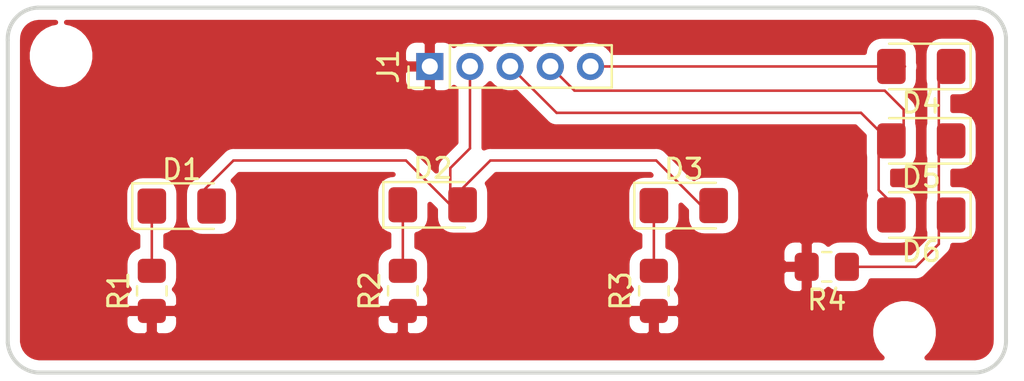
<source format=kicad_pcb>
(kicad_pcb (version 20171130) (host pcbnew "(5.1.10-1-10_14)")

  (general
    (thickness 1.6)
    (drawings 8)
    (tracks 29)
    (zones 0)
    (modules 13)
    (nets 10)
  )

  (page A4)
  (layers
    (0 F.Cu signal)
    (31 B.Cu signal)
    (32 B.Adhes user)
    (33 F.Adhes user)
    (34 B.Paste user)
    (35 F.Paste user)
    (36 B.SilkS user)
    (37 F.SilkS user)
    (38 B.Mask user)
    (39 F.Mask user)
    (40 Dwgs.User user)
    (41 Cmts.User user)
    (42 Eco1.User user)
    (43 Eco2.User user)
    (44 Edge.Cuts user)
    (45 Margin user)
    (46 B.CrtYd user)
    (47 F.CrtYd user hide)
    (48 B.Fab user hide)
    (49 F.Fab user hide)
  )

  (setup
    (last_trace_width 0.127)
    (user_trace_width 0.15)
    (user_trace_width 0.2)
    (user_trace_width 0.3)
    (user_trace_width 0.4)
    (user_trace_width 0.6)
    (user_trace_width 1)
    (user_trace_width 1.5)
    (user_trace_width 2)
    (trace_clearance 0.127)
    (zone_clearance 0.508)
    (zone_45_only no)
    (trace_min 0.127)
    (via_size 0.6)
    (via_drill 0.3)
    (via_min_size 0.6)
    (via_min_drill 0.3)
    (user_via 0.6 0.3)
    (user_via 0.65 0.4)
    (user_via 0.75 0.6)
    (user_via 0.95 0.8)
    (user_via 1.3 1)
    (user_via 1.5 1.2)
    (user_via 1.7 1.4)
    (user_via 1.9 1.6)
    (uvia_size 0.6)
    (uvia_drill 0.3)
    (uvias_allowed no)
    (uvia_min_size 0.381)
    (uvia_min_drill 0.254)
    (edge_width 0.15)
    (segment_width 0.2)
    (pcb_text_width 0.3)
    (pcb_text_size 1.5 1.5)
    (mod_edge_width 0.15)
    (mod_text_size 1 1)
    (mod_text_width 0.15)
    (pad_size 1.524 1.524)
    (pad_drill 0.762)
    (pad_to_mask_clearance 0)
    (aux_axis_origin 0 0)
    (visible_elements FFFFFF7F)
    (pcbplotparams
      (layerselection 0x3ffff_ffffffff)
      (usegerberextensions false)
      (usegerberattributes true)
      (usegerberadvancedattributes true)
      (creategerberjobfile true)
      (excludeedgelayer true)
      (linewidth 0.100000)
      (plotframeref false)
      (viasonmask false)
      (mode 1)
      (useauxorigin false)
      (hpglpennumber 1)
      (hpglpenspeed 20)
      (hpglpendiameter 15.000000)
      (psnegative false)
      (psa4output false)
      (plotreference true)
      (plotvalue true)
      (plotinvisibletext false)
      (padsonsilk false)
      (subtractmaskfromsilk false)
      (outputformat 1)
      (mirror false)
      (drillshape 0)
      (scaleselection 1)
      (outputdirectory "meta/"))
  )

  (net 0 "")
  (net 1 LON)
  (net 2 "Net-(D1-Pad1)")
  (net 3 "Net-(D2-Pad1)")
  (net 4 "Net-(D3-Pad1)")
  (net 5 L1)
  (net 6 "Net-(D4-Pad1)")
  (net 7 L2)
  (net 8 L3)
  (net 9 GND)

  (net_class Default "This is the default net class."
    (clearance 0.127)
    (trace_width 0.127)
    (via_dia 0.6)
    (via_drill 0.3)
    (uvia_dia 0.6)
    (uvia_drill 0.3)
    (add_net GND)
    (add_net L1)
    (add_net L2)
    (add_net L3)
    (add_net LON)
    (add_net "Net-(D1-Pad1)")
    (add_net "Net-(D2-Pad1)")
    (add_net "Net-(D3-Pad1)")
    (add_net "Net-(D4-Pad1)")
  )

  (module Resistor_SMD:R_0805_2012Metric_Pad1.20x1.40mm_HandSolder (layer F.Cu) (tedit 5F68FEEE) (tstamp 60B9FCAF)
    (at 165.16 105.3 180)
    (descr "Resistor SMD 0805 (2012 Metric), square (rectangular) end terminal, IPC_7351 nominal with elongated pad for handsoldering. (Body size source: IPC-SM-782 page 72, https://www.pcb-3d.com/wordpress/wp-content/uploads/ipc-sm-782a_amendment_1_and_2.pdf), generated with kicad-footprint-generator")
    (tags "resistor handsolder")
    (path /60BA26D6)
    (attr smd)
    (fp_text reference R4 (at 0 -1.65) (layer F.SilkS)
      (effects (font (size 1 1) (thickness 0.15)))
    )
    (fp_text value R (at 0 1.65) (layer F.Fab)
      (effects (font (size 1 1) (thickness 0.15)))
    )
    (fp_text user %R (at 0 0) (layer F.Fab)
      (effects (font (size 0.5 0.5) (thickness 0.08)))
    )
    (fp_line (start -1 0.625) (end -1 -0.625) (layer F.Fab) (width 0.1))
    (fp_line (start -1 -0.625) (end 1 -0.625) (layer F.Fab) (width 0.1))
    (fp_line (start 1 -0.625) (end 1 0.625) (layer F.Fab) (width 0.1))
    (fp_line (start 1 0.625) (end -1 0.625) (layer F.Fab) (width 0.1))
    (fp_line (start -0.227064 -0.735) (end 0.227064 -0.735) (layer F.SilkS) (width 0.12))
    (fp_line (start -0.227064 0.735) (end 0.227064 0.735) (layer F.SilkS) (width 0.12))
    (fp_line (start -1.85 0.95) (end -1.85 -0.95) (layer F.CrtYd) (width 0.05))
    (fp_line (start -1.85 -0.95) (end 1.85 -0.95) (layer F.CrtYd) (width 0.05))
    (fp_line (start 1.85 -0.95) (end 1.85 0.95) (layer F.CrtYd) (width 0.05))
    (fp_line (start 1.85 0.95) (end -1.85 0.95) (layer F.CrtYd) (width 0.05))
    (pad 2 smd roundrect (at 1 0 180) (size 1.2 1.4) (layers F.Cu F.Paste F.Mask) (roundrect_rratio 0.208333)
      (net 9 GND))
    (pad 1 smd roundrect (at -1 0 180) (size 1.2 1.4) (layers F.Cu F.Paste F.Mask) (roundrect_rratio 0.208333)
      (net 6 "Net-(D4-Pad1)"))
    (model ${KISYS3DMOD}/Resistor_SMD.3dshapes/R_0805_2012Metric.wrl
      (at (xyz 0 0 0))
      (scale (xyz 1 1 1))
      (rotate (xyz 0 0 0))
    )
  )

  (module Resistor_SMD:R_0805_2012Metric_Pad1.20x1.40mm_HandSolder (layer F.Cu) (tedit 5F68FEEE) (tstamp 60E11DED)
    (at 156.5513 106.5 90)
    (descr "Resistor SMD 0805 (2012 Metric), square (rectangular) end terminal, IPC_7351 nominal with elongated pad for handsoldering. (Body size source: IPC-SM-782 page 72, https://www.pcb-3d.com/wordpress/wp-content/uploads/ipc-sm-782a_amendment_1_and_2.pdf), generated with kicad-footprint-generator")
    (tags "resistor handsolder")
    (path /60BA3046)
    (attr smd)
    (fp_text reference R3 (at 0 -1.65 90) (layer F.SilkS)
      (effects (font (size 1 1) (thickness 0.15)))
    )
    (fp_text value R (at 0 1.65 90) (layer F.Fab)
      (effects (font (size 1 1) (thickness 0.15)))
    )
    (fp_text user %R (at 0 0 90) (layer F.Fab)
      (effects (font (size 0.5 0.5) (thickness 0.08)))
    )
    (fp_line (start -1 0.625) (end -1 -0.625) (layer F.Fab) (width 0.1))
    (fp_line (start -1 -0.625) (end 1 -0.625) (layer F.Fab) (width 0.1))
    (fp_line (start 1 -0.625) (end 1 0.625) (layer F.Fab) (width 0.1))
    (fp_line (start 1 0.625) (end -1 0.625) (layer F.Fab) (width 0.1))
    (fp_line (start -0.227064 -0.735) (end 0.227064 -0.735) (layer F.SilkS) (width 0.12))
    (fp_line (start -0.227064 0.735) (end 0.227064 0.735) (layer F.SilkS) (width 0.12))
    (fp_line (start -1.85 0.95) (end -1.85 -0.95) (layer F.CrtYd) (width 0.05))
    (fp_line (start -1.85 -0.95) (end 1.85 -0.95) (layer F.CrtYd) (width 0.05))
    (fp_line (start 1.85 -0.95) (end 1.85 0.95) (layer F.CrtYd) (width 0.05))
    (fp_line (start 1.85 0.95) (end -1.85 0.95) (layer F.CrtYd) (width 0.05))
    (pad 2 smd roundrect (at 1 0 90) (size 1.2 1.4) (layers F.Cu F.Paste F.Mask) (roundrect_rratio 0.208333)
      (net 4 "Net-(D3-Pad1)"))
    (pad 1 smd roundrect (at -1 0 90) (size 1.2 1.4) (layers F.Cu F.Paste F.Mask) (roundrect_rratio 0.208333)
      (net 9 GND))
    (model ${KISYS3DMOD}/Resistor_SMD.3dshapes/R_0805_2012Metric.wrl
      (at (xyz 0 0 0))
      (scale (xyz 1 1 1))
      (rotate (xyz 0 0 0))
    )
  )

  (module Resistor_SMD:R_0805_2012Metric_Pad1.20x1.40mm_HandSolder (layer F.Cu) (tedit 5F68FEEE) (tstamp 60E11E1D)
    (at 144.0545 106.5 90)
    (descr "Resistor SMD 0805 (2012 Metric), square (rectangular) end terminal, IPC_7351 nominal with elongated pad for handsoldering. (Body size source: IPC-SM-782 page 72, https://www.pcb-3d.com/wordpress/wp-content/uploads/ipc-sm-782a_amendment_1_and_2.pdf), generated with kicad-footprint-generator")
    (tags "resistor handsolder")
    (path /60BA4596)
    (attr smd)
    (fp_text reference R2 (at 0 -1.65 90) (layer F.SilkS)
      (effects (font (size 1 1) (thickness 0.15)))
    )
    (fp_text value R (at 0 1.65 90) (layer F.Fab)
      (effects (font (size 1 1) (thickness 0.15)))
    )
    (fp_text user %R (at 0 0 90) (layer F.Fab)
      (effects (font (size 0.5 0.5) (thickness 0.08)))
    )
    (fp_line (start -1 0.625) (end -1 -0.625) (layer F.Fab) (width 0.1))
    (fp_line (start -1 -0.625) (end 1 -0.625) (layer F.Fab) (width 0.1))
    (fp_line (start 1 -0.625) (end 1 0.625) (layer F.Fab) (width 0.1))
    (fp_line (start 1 0.625) (end -1 0.625) (layer F.Fab) (width 0.1))
    (fp_line (start -0.227064 -0.735) (end 0.227064 -0.735) (layer F.SilkS) (width 0.12))
    (fp_line (start -0.227064 0.735) (end 0.227064 0.735) (layer F.SilkS) (width 0.12))
    (fp_line (start -1.85 0.95) (end -1.85 -0.95) (layer F.CrtYd) (width 0.05))
    (fp_line (start -1.85 -0.95) (end 1.85 -0.95) (layer F.CrtYd) (width 0.05))
    (fp_line (start 1.85 -0.95) (end 1.85 0.95) (layer F.CrtYd) (width 0.05))
    (fp_line (start 1.85 0.95) (end -1.85 0.95) (layer F.CrtYd) (width 0.05))
    (pad 2 smd roundrect (at 1 0 90) (size 1.2 1.4) (layers F.Cu F.Paste F.Mask) (roundrect_rratio 0.208333)
      (net 3 "Net-(D2-Pad1)"))
    (pad 1 smd roundrect (at -1 0 90) (size 1.2 1.4) (layers F.Cu F.Paste F.Mask) (roundrect_rratio 0.208333)
      (net 9 GND))
    (model ${KISYS3DMOD}/Resistor_SMD.3dshapes/R_0805_2012Metric.wrl
      (at (xyz 0 0 0))
      (scale (xyz 1 1 1))
      (rotate (xyz 0 0 0))
    )
  )

  (module Resistor_SMD:R_0805_2012Metric_Pad1.20x1.40mm_HandSolder (layer F.Cu) (tedit 5F68FEEE) (tstamp 60E11E4D)
    (at 131.5577 106.5 90)
    (descr "Resistor SMD 0805 (2012 Metric), square (rectangular) end terminal, IPC_7351 nominal with elongated pad for handsoldering. (Body size source: IPC-SM-782 page 72, https://www.pcb-3d.com/wordpress/wp-content/uploads/ipc-sm-782a_amendment_1_and_2.pdf), generated with kicad-footprint-generator")
    (tags "resistor handsolder")
    (path /60BA4D01)
    (attr smd)
    (fp_text reference R1 (at 0 -1.65 90) (layer F.SilkS)
      (effects (font (size 1 1) (thickness 0.15)))
    )
    (fp_text value R (at 0 1.65 90) (layer F.Fab)
      (effects (font (size 1 1) (thickness 0.15)))
    )
    (fp_text user %R (at 0 0 90) (layer F.Fab)
      (effects (font (size 0.5 0.5) (thickness 0.08)))
    )
    (fp_line (start -1 0.625) (end -1 -0.625) (layer F.Fab) (width 0.1))
    (fp_line (start -1 -0.625) (end 1 -0.625) (layer F.Fab) (width 0.1))
    (fp_line (start 1 -0.625) (end 1 0.625) (layer F.Fab) (width 0.1))
    (fp_line (start 1 0.625) (end -1 0.625) (layer F.Fab) (width 0.1))
    (fp_line (start -0.227064 -0.735) (end 0.227064 -0.735) (layer F.SilkS) (width 0.12))
    (fp_line (start -0.227064 0.735) (end 0.227064 0.735) (layer F.SilkS) (width 0.12))
    (fp_line (start -1.85 0.95) (end -1.85 -0.95) (layer F.CrtYd) (width 0.05))
    (fp_line (start -1.85 -0.95) (end 1.85 -0.95) (layer F.CrtYd) (width 0.05))
    (fp_line (start 1.85 -0.95) (end 1.85 0.95) (layer F.CrtYd) (width 0.05))
    (fp_line (start 1.85 0.95) (end -1.85 0.95) (layer F.CrtYd) (width 0.05))
    (pad 2 smd roundrect (at 1 0 90) (size 1.2 1.4) (layers F.Cu F.Paste F.Mask) (roundrect_rratio 0.208333)
      (net 2 "Net-(D1-Pad1)"))
    (pad 1 smd roundrect (at -1 0 90) (size 1.2 1.4) (layers F.Cu F.Paste F.Mask) (roundrect_rratio 0.208333)
      (net 9 GND))
    (model ${KISYS3DMOD}/Resistor_SMD.3dshapes/R_0805_2012Metric.wrl
      (at (xyz 0 0 0))
      (scale (xyz 1 1 1))
      (rotate (xyz 0 0 0))
    )
  )

  (module LED_SMD:LED_1206_3216Metric_Pad1.42x1.75mm_HandSolder (layer F.Cu) (tedit 5F68FEF1) (tstamp 60B9FC48)
    (at 169.8625 102.7176 180)
    (descr "LED SMD 1206 (3216 Metric), square (rectangular) end terminal, IPC_7351 nominal, (Body size source: http://www.tortai-tech.com/upload/download/2011102023233369053.pdf), generated with kicad-footprint-generator")
    (tags "LED handsolder")
    (path /60B9FB10)
    (attr smd)
    (fp_text reference D6 (at 0 -1.82) (layer F.SilkS)
      (effects (font (size 1 1) (thickness 0.15)))
    )
    (fp_text value LED (at 0 1.82) (layer F.Fab)
      (effects (font (size 1 1) (thickness 0.15)))
    )
    (fp_line (start 2.45 1.12) (end -2.45 1.12) (layer F.CrtYd) (width 0.05))
    (fp_line (start 2.45 -1.12) (end 2.45 1.12) (layer F.CrtYd) (width 0.05))
    (fp_line (start -2.45 -1.12) (end 2.45 -1.12) (layer F.CrtYd) (width 0.05))
    (fp_line (start -2.45 1.12) (end -2.45 -1.12) (layer F.CrtYd) (width 0.05))
    (fp_line (start -2.46 1.135) (end 1.6 1.135) (layer F.SilkS) (width 0.12))
    (fp_line (start -2.46 -1.135) (end -2.46 1.135) (layer F.SilkS) (width 0.12))
    (fp_line (start 1.6 -1.135) (end -2.46 -1.135) (layer F.SilkS) (width 0.12))
    (fp_line (start 1.6 0.8) (end 1.6 -0.8) (layer F.Fab) (width 0.1))
    (fp_line (start -1.6 0.8) (end 1.6 0.8) (layer F.Fab) (width 0.1))
    (fp_line (start -1.6 -0.4) (end -1.6 0.8) (layer F.Fab) (width 0.1))
    (fp_line (start -1.2 -0.8) (end -1.6 -0.4) (layer F.Fab) (width 0.1))
    (fp_line (start 1.6 -0.8) (end -1.2 -0.8) (layer F.Fab) (width 0.1))
    (fp_text user %R (at 0 0) (layer F.Fab)
      (effects (font (size 0.8 0.8) (thickness 0.12)))
    )
    (pad 2 smd roundrect (at 1.4875 0 180) (size 1.425 1.75) (layers F.Cu F.Paste F.Mask) (roundrect_rratio 0.175439)
      (net 8 L3))
    (pad 1 smd roundrect (at -1.4875 0 180) (size 1.425 1.75) (layers F.Cu F.Paste F.Mask) (roundrect_rratio 0.175439)
      (net 6 "Net-(D4-Pad1)"))
    (model ${KISYS3DMOD}/LED_SMD.3dshapes/LED_1206_3216Metric.wrl
      (at (xyz 0 0 0))
      (scale (xyz 1 1 1))
      (rotate (xyz 0 0 0))
    )
  )

  (module LED_SMD:LED_1206_3216Metric_Pad1.42x1.75mm_HandSolder (layer F.Cu) (tedit 5F68FEF1) (tstamp 60B9F622)
    (at 169.8625 99.0219 180)
    (descr "LED SMD 1206 (3216 Metric), square (rectangular) end terminal, IPC_7351 nominal, (Body size source: http://www.tortai-tech.com/upload/download/2011102023233369053.pdf), generated with kicad-footprint-generator")
    (tags "LED handsolder")
    (path /60B9F72D)
    (attr smd)
    (fp_text reference D5 (at 0 -1.82) (layer F.SilkS)
      (effects (font (size 1 1) (thickness 0.15)))
    )
    (fp_text value LED (at 0 1.82) (layer F.Fab)
      (effects (font (size 1 1) (thickness 0.15)))
    )
    (fp_line (start 2.45 1.12) (end -2.45 1.12) (layer F.CrtYd) (width 0.05))
    (fp_line (start 2.45 -1.12) (end 2.45 1.12) (layer F.CrtYd) (width 0.05))
    (fp_line (start -2.45 -1.12) (end 2.45 -1.12) (layer F.CrtYd) (width 0.05))
    (fp_line (start -2.45 1.12) (end -2.45 -1.12) (layer F.CrtYd) (width 0.05))
    (fp_line (start -2.46 1.135) (end 1.6 1.135) (layer F.SilkS) (width 0.12))
    (fp_line (start -2.46 -1.135) (end -2.46 1.135) (layer F.SilkS) (width 0.12))
    (fp_line (start 1.6 -1.135) (end -2.46 -1.135) (layer F.SilkS) (width 0.12))
    (fp_line (start 1.6 0.8) (end 1.6 -0.8) (layer F.Fab) (width 0.1))
    (fp_line (start -1.6 0.8) (end 1.6 0.8) (layer F.Fab) (width 0.1))
    (fp_line (start -1.6 -0.4) (end -1.6 0.8) (layer F.Fab) (width 0.1))
    (fp_line (start -1.2 -0.8) (end -1.6 -0.4) (layer F.Fab) (width 0.1))
    (fp_line (start 1.6 -0.8) (end -1.2 -0.8) (layer F.Fab) (width 0.1))
    (fp_text user %R (at 0 0) (layer F.Fab)
      (effects (font (size 0.8 0.8) (thickness 0.12)))
    )
    (pad 2 smd roundrect (at 1.4875 0 180) (size 1.425 1.75) (layers F.Cu F.Paste F.Mask) (roundrect_rratio 0.175439)
      (net 7 L2))
    (pad 1 smd roundrect (at -1.4875 0 180) (size 1.425 1.75) (layers F.Cu F.Paste F.Mask) (roundrect_rratio 0.175439)
      (net 6 "Net-(D4-Pad1)"))
    (model ${KISYS3DMOD}/LED_SMD.3dshapes/LED_1206_3216Metric.wrl
      (at (xyz 0 0 0))
      (scale (xyz 1 1 1))
      (rotate (xyz 0 0 0))
    )
  )

  (module LED_SMD:LED_1206_3216Metric_Pad1.42x1.75mm_HandSolder (layer F.Cu) (tedit 5F68FEF1) (tstamp 60B9F60F)
    (at 169.8625 95.3135 180)
    (descr "LED SMD 1206 (3216 Metric), square (rectangular) end terminal, IPC_7351 nominal, (Body size source: http://www.tortai-tech.com/upload/download/2011102023233369053.pdf), generated with kicad-footprint-generator")
    (tags "LED handsolder")
    (path /60B9F30B)
    (attr smd)
    (fp_text reference D4 (at 0 -1.82) (layer F.SilkS)
      (effects (font (size 1 1) (thickness 0.15)))
    )
    (fp_text value LED (at 0 1.82) (layer F.Fab)
      (effects (font (size 1 1) (thickness 0.15)))
    )
    (fp_line (start 2.45 1.12) (end -2.45 1.12) (layer F.CrtYd) (width 0.05))
    (fp_line (start 2.45 -1.12) (end 2.45 1.12) (layer F.CrtYd) (width 0.05))
    (fp_line (start -2.45 -1.12) (end 2.45 -1.12) (layer F.CrtYd) (width 0.05))
    (fp_line (start -2.45 1.12) (end -2.45 -1.12) (layer F.CrtYd) (width 0.05))
    (fp_line (start -2.46 1.135) (end 1.6 1.135) (layer F.SilkS) (width 0.12))
    (fp_line (start -2.46 -1.135) (end -2.46 1.135) (layer F.SilkS) (width 0.12))
    (fp_line (start 1.6 -1.135) (end -2.46 -1.135) (layer F.SilkS) (width 0.12))
    (fp_line (start 1.6 0.8) (end 1.6 -0.8) (layer F.Fab) (width 0.1))
    (fp_line (start -1.6 0.8) (end 1.6 0.8) (layer F.Fab) (width 0.1))
    (fp_line (start -1.6 -0.4) (end -1.6 0.8) (layer F.Fab) (width 0.1))
    (fp_line (start -1.2 -0.8) (end -1.6 -0.4) (layer F.Fab) (width 0.1))
    (fp_line (start 1.6 -0.8) (end -1.2 -0.8) (layer F.Fab) (width 0.1))
    (fp_text user %R (at 0 0) (layer F.Fab)
      (effects (font (size 0.8 0.8) (thickness 0.12)))
    )
    (pad 2 smd roundrect (at 1.4875 0 180) (size 1.425 1.75) (layers F.Cu F.Paste F.Mask) (roundrect_rratio 0.175439)
      (net 5 L1))
    (pad 1 smd roundrect (at -1.4875 0 180) (size 1.425 1.75) (layers F.Cu F.Paste F.Mask) (roundrect_rratio 0.175439)
      (net 6 "Net-(D4-Pad1)"))
    (model ${KISYS3DMOD}/LED_SMD.3dshapes/LED_1206_3216Metric.wrl
      (at (xyz 0 0 0))
      (scale (xyz 1 1 1))
      (rotate (xyz 0 0 0))
    )
  )

  (module LED_SMD:LED_1206_3216Metric_Pad1.42x1.75mm_HandSolder (layer F.Cu) (tedit 5F68FEF1) (tstamp 60B9F5FC)
    (at 158.0388 102.2477)
    (descr "LED SMD 1206 (3216 Metric), square (rectangular) end terminal, IPC_7351 nominal, (Body size source: http://www.tortai-tech.com/upload/download/2011102023233369053.pdf), generated with kicad-footprint-generator")
    (tags "LED handsolder")
    (path /60B9E5E8)
    (attr smd)
    (fp_text reference D3 (at 0 -1.82) (layer F.SilkS)
      (effects (font (size 1 1) (thickness 0.15)))
    )
    (fp_text value LED (at 0 1.82) (layer F.Fab)
      (effects (font (size 1 1) (thickness 0.15)))
    )
    (fp_line (start 2.45 1.12) (end -2.45 1.12) (layer F.CrtYd) (width 0.05))
    (fp_line (start 2.45 -1.12) (end 2.45 1.12) (layer F.CrtYd) (width 0.05))
    (fp_line (start -2.45 -1.12) (end 2.45 -1.12) (layer F.CrtYd) (width 0.05))
    (fp_line (start -2.45 1.12) (end -2.45 -1.12) (layer F.CrtYd) (width 0.05))
    (fp_line (start -2.46 1.135) (end 1.6 1.135) (layer F.SilkS) (width 0.12))
    (fp_line (start -2.46 -1.135) (end -2.46 1.135) (layer F.SilkS) (width 0.12))
    (fp_line (start 1.6 -1.135) (end -2.46 -1.135) (layer F.SilkS) (width 0.12))
    (fp_line (start 1.6 0.8) (end 1.6 -0.8) (layer F.Fab) (width 0.1))
    (fp_line (start -1.6 0.8) (end 1.6 0.8) (layer F.Fab) (width 0.1))
    (fp_line (start -1.6 -0.4) (end -1.6 0.8) (layer F.Fab) (width 0.1))
    (fp_line (start -1.2 -0.8) (end -1.6 -0.4) (layer F.Fab) (width 0.1))
    (fp_line (start 1.6 -0.8) (end -1.2 -0.8) (layer F.Fab) (width 0.1))
    (fp_text user %R (at 0 0) (layer F.Fab)
      (effects (font (size 0.8 0.8) (thickness 0.12)))
    )
    (pad 2 smd roundrect (at 1.4875 0) (size 1.425 1.75) (layers F.Cu F.Paste F.Mask) (roundrect_rratio 0.175439)
      (net 1 LON))
    (pad 1 smd roundrect (at -1.4875 0) (size 1.425 1.75) (layers F.Cu F.Paste F.Mask) (roundrect_rratio 0.175439)
      (net 4 "Net-(D3-Pad1)"))
    (model ${KISYS3DMOD}/LED_SMD.3dshapes/LED_1206_3216Metric.wrl
      (at (xyz 0 0 0))
      (scale (xyz 1 1 1))
      (rotate (xyz 0 0 0))
    )
  )

  (module LED_SMD:LED_1206_3216Metric_Pad1.42x1.75mm_HandSolder (layer F.Cu) (tedit 5F68FEF1) (tstamp 60B9F5E9)
    (at 145.542 102.2096)
    (descr "LED SMD 1206 (3216 Metric), square (rectangular) end terminal, IPC_7351 nominal, (Body size source: http://www.tortai-tech.com/upload/download/2011102023233369053.pdf), generated with kicad-footprint-generator")
    (tags "LED handsolder")
    (path /60B9E012)
    (attr smd)
    (fp_text reference D2 (at 0 -1.82) (layer F.SilkS)
      (effects (font (size 1 1) (thickness 0.15)))
    )
    (fp_text value LED (at 0 1.82) (layer F.Fab)
      (effects (font (size 1 1) (thickness 0.15)))
    )
    (fp_line (start 2.45 1.12) (end -2.45 1.12) (layer F.CrtYd) (width 0.05))
    (fp_line (start 2.45 -1.12) (end 2.45 1.12) (layer F.CrtYd) (width 0.05))
    (fp_line (start -2.45 -1.12) (end 2.45 -1.12) (layer F.CrtYd) (width 0.05))
    (fp_line (start -2.45 1.12) (end -2.45 -1.12) (layer F.CrtYd) (width 0.05))
    (fp_line (start -2.46 1.135) (end 1.6 1.135) (layer F.SilkS) (width 0.12))
    (fp_line (start -2.46 -1.135) (end -2.46 1.135) (layer F.SilkS) (width 0.12))
    (fp_line (start 1.6 -1.135) (end -2.46 -1.135) (layer F.SilkS) (width 0.12))
    (fp_line (start 1.6 0.8) (end 1.6 -0.8) (layer F.Fab) (width 0.1))
    (fp_line (start -1.6 0.8) (end 1.6 0.8) (layer F.Fab) (width 0.1))
    (fp_line (start -1.6 -0.4) (end -1.6 0.8) (layer F.Fab) (width 0.1))
    (fp_line (start -1.2 -0.8) (end -1.6 -0.4) (layer F.Fab) (width 0.1))
    (fp_line (start 1.6 -0.8) (end -1.2 -0.8) (layer F.Fab) (width 0.1))
    (fp_text user %R (at 0 0) (layer F.Fab)
      (effects (font (size 0.8 0.8) (thickness 0.12)))
    )
    (pad 2 smd roundrect (at 1.4875 0) (size 1.425 1.75) (layers F.Cu F.Paste F.Mask) (roundrect_rratio 0.175439)
      (net 1 LON))
    (pad 1 smd roundrect (at -1.4875 0) (size 1.425 1.75) (layers F.Cu F.Paste F.Mask) (roundrect_rratio 0.175439)
      (net 3 "Net-(D2-Pad1)"))
    (model ${KISYS3DMOD}/LED_SMD.3dshapes/LED_1206_3216Metric.wrl
      (at (xyz 0 0 0))
      (scale (xyz 1 1 1))
      (rotate (xyz 0 0 0))
    )
  )

  (module LED_SMD:LED_1206_3216Metric_Pad1.42x1.75mm_HandSolder (layer F.Cu) (tedit 5F68FEF1) (tstamp 60B9F5D6)
    (at 133.0452 102.2731)
    (descr "LED SMD 1206 (3216 Metric), square (rectangular) end terminal, IPC_7351 nominal, (Body size source: http://www.tortai-tech.com/upload/download/2011102023233369053.pdf), generated with kicad-footprint-generator")
    (tags "LED handsolder")
    (path /60B9B769)
    (attr smd)
    (fp_text reference D1 (at 0 -1.82) (layer F.SilkS)
      (effects (font (size 1 1) (thickness 0.15)))
    )
    (fp_text value LED (at 0 1.82) (layer F.Fab)
      (effects (font (size 1 1) (thickness 0.15)))
    )
    (fp_line (start 2.45 1.12) (end -2.45 1.12) (layer F.CrtYd) (width 0.05))
    (fp_line (start 2.45 -1.12) (end 2.45 1.12) (layer F.CrtYd) (width 0.05))
    (fp_line (start -2.45 -1.12) (end 2.45 -1.12) (layer F.CrtYd) (width 0.05))
    (fp_line (start -2.45 1.12) (end -2.45 -1.12) (layer F.CrtYd) (width 0.05))
    (fp_line (start -2.46 1.135) (end 1.6 1.135) (layer F.SilkS) (width 0.12))
    (fp_line (start -2.46 -1.135) (end -2.46 1.135) (layer F.SilkS) (width 0.12))
    (fp_line (start 1.6 -1.135) (end -2.46 -1.135) (layer F.SilkS) (width 0.12))
    (fp_line (start 1.6 0.8) (end 1.6 -0.8) (layer F.Fab) (width 0.1))
    (fp_line (start -1.6 0.8) (end 1.6 0.8) (layer F.Fab) (width 0.1))
    (fp_line (start -1.6 -0.4) (end -1.6 0.8) (layer F.Fab) (width 0.1))
    (fp_line (start -1.2 -0.8) (end -1.6 -0.4) (layer F.Fab) (width 0.1))
    (fp_line (start 1.6 -0.8) (end -1.2 -0.8) (layer F.Fab) (width 0.1))
    (fp_text user %R (at 0 0) (layer F.Fab)
      (effects (font (size 0.8 0.8) (thickness 0.12)))
    )
    (pad 2 smd roundrect (at 1.4875 0) (size 1.425 1.75) (layers F.Cu F.Paste F.Mask) (roundrect_rratio 0.175439)
      (net 1 LON))
    (pad 1 smd roundrect (at -1.4875 0) (size 1.425 1.75) (layers F.Cu F.Paste F.Mask) (roundrect_rratio 0.175439)
      (net 2 "Net-(D1-Pad1)"))
    (model ${KISYS3DMOD}/LED_SMD.3dshapes/LED_1206_3216Metric.wrl
      (at (xyz 0 0 0))
      (scale (xyz 1 1 1))
      (rotate (xyz 0 0 0))
    )
  )

  (module MountingHole:MountingHole_2.1mm (layer F.Cu) (tedit 5B924765) (tstamp 60BE05D6)
    (at 169.03 108.57)
    (descr "Mounting Hole 2.1mm, no annular")
    (tags "mounting hole 2.1mm no annular")
    (attr virtual)
    (fp_text reference REF** (at 0 -3.2) (layer F.Fab)
      (effects (font (size 1 1) (thickness 0.15)))
    )
    (fp_text value MountingHole_2.1mm (at 0 3.2) (layer F.Fab)
      (effects (font (size 1 1) (thickness 0.15)))
    )
    (fp_circle (center 0 0) (end 2.35 0) (layer F.CrtYd) (width 0.05))
    (fp_circle (center 0 0) (end 2.1 0) (layer Cmts.User) (width 0.15))
    (fp_text user %R (at 0.3 0) (layer F.Fab)
      (effects (font (size 1 1) (thickness 0.15)))
    )
    (pad "" np_thru_hole circle (at 0 0) (size 2.1 2.1) (drill 2.1) (layers *.Cu *.Mask))
  )

  (module MountingHole:MountingHole_2.1mm (layer F.Cu) (tedit 5B924765) (tstamp 60BE059D)
    (at 127.04 94.78)
    (descr "Mounting Hole 2.1mm, no annular")
    (tags "mounting hole 2.1mm no annular")
    (attr virtual)
    (fp_text reference REF** (at 0 -3.2) (layer F.Fab)
      (effects (font (size 1 1) (thickness 0.15)))
    )
    (fp_text value MountingHole_2.1mm (at 0 3.2) (layer F.Fab)
      (effects (font (size 1 1) (thickness 0.15)))
    )
    (fp_circle (center 0 0) (end 2.35 0) (layer F.CrtYd) (width 0.05))
    (fp_circle (center 0 0) (end 2.1 0) (layer Cmts.User) (width 0.15))
    (fp_text user %R (at 0.3 0) (layer F.Fab)
      (effects (font (size 1 1) (thickness 0.15)))
    )
    (pad "" np_thru_hole circle (at 0 0) (size 2.1 2.1) (drill 2.1) (layers *.Cu *.Mask))
  )

  (module Connector_PinHeader_2.00mm:PinHeader_1x05_P2.00mm_Vertical (layer F.Cu) (tedit 59FED667) (tstamp 60BA1547)
    (at 145.396704 95.3135 90)
    (descr "Through hole straight pin header, 1x05, 2.00mm pitch, single row")
    (tags "Through hole pin header THT 1x05 2.00mm single row")
    (path /60B99966)
    (fp_text reference J1 (at 0 -2.06 90) (layer F.SilkS)
      (effects (font (size 1 1) (thickness 0.15)))
    )
    (fp_text value Conn_01x05_Female (at 0 10.06 90) (layer F.Fab)
      (effects (font (size 1 1) (thickness 0.15)))
    )
    (fp_line (start 1.5 -1.5) (end -1.5 -1.5) (layer F.CrtYd) (width 0.05))
    (fp_line (start 1.5 9.5) (end 1.5 -1.5) (layer F.CrtYd) (width 0.05))
    (fp_line (start -1.5 9.5) (end 1.5 9.5) (layer F.CrtYd) (width 0.05))
    (fp_line (start -1.5 -1.5) (end -1.5 9.5) (layer F.CrtYd) (width 0.05))
    (fp_line (start -1.06 -1.06) (end 0 -1.06) (layer F.SilkS) (width 0.12))
    (fp_line (start -1.06 0) (end -1.06 -1.06) (layer F.SilkS) (width 0.12))
    (fp_line (start -1.06 1) (end 1.06 1) (layer F.SilkS) (width 0.12))
    (fp_line (start 1.06 1) (end 1.06 9.06) (layer F.SilkS) (width 0.12))
    (fp_line (start -1.06 1) (end -1.06 9.06) (layer F.SilkS) (width 0.12))
    (fp_line (start -1.06 9.06) (end 1.06 9.06) (layer F.SilkS) (width 0.12))
    (fp_line (start -1 -0.5) (end -0.5 -1) (layer F.Fab) (width 0.1))
    (fp_line (start -1 9) (end -1 -0.5) (layer F.Fab) (width 0.1))
    (fp_line (start 1 9) (end -1 9) (layer F.Fab) (width 0.1))
    (fp_line (start 1 -1) (end 1 9) (layer F.Fab) (width 0.1))
    (fp_line (start -0.5 -1) (end 1 -1) (layer F.Fab) (width 0.1))
    (fp_text user %R (at 0 4) (layer F.Fab)
      (effects (font (size 1 1) (thickness 0.15)))
    )
    (pad 5 thru_hole oval (at 0 8 90) (size 1.35 1.35) (drill 0.8) (layers *.Cu *.Mask)
      (net 5 L1))
    (pad 4 thru_hole oval (at 0 6 90) (size 1.35 1.35) (drill 0.8) (layers *.Cu *.Mask)
      (net 7 L2))
    (pad 3 thru_hole oval (at 0 4 90) (size 1.35 1.35) (drill 0.8) (layers *.Cu *.Mask)
      (net 8 L3))
    (pad 2 thru_hole oval (at 0 2 90) (size 1.35 1.35) (drill 0.8) (layers *.Cu *.Mask)
      (net 1 LON))
    (pad 1 thru_hole rect (at 0 0 90) (size 1.35 1.35) (drill 0.8) (layers *.Cu *.Mask)
      (net 9 GND))
    (model ${KISYS3DMOD}/Connector_PinHeader_2.00mm.3dshapes/PinHeader_1x05_P2.00mm_Vertical.wrl
      (at (xyz 0 0 0))
      (scale (xyz 1 1 1))
      (rotate (xyz 0 0 0))
    )
  )

  (gr_arc (start 172.503408 108.9935) (end 172.581352 110.571454) (angle -90) (layer Edge.Cuts) (width 0.2))
  (gr_arc (start 126.000359 108.956197) (end 124.385101 109.071444) (angle -81.8377804) (layer Edge.Cuts) (width 0.2))
  (gr_arc (start 125.943267 93.939003) (end 125.885111 92.380837) (angle -89.9999618) (layer Edge.Cuts) (width 0.2))
  (gr_arc (start 172.488819 93.973381) (end 174.081362 93.880848) (angle -83.34927126) (layer Edge.Cuts) (width 0.2))
  (gr_line (start 172.581352 92.380837) (end 125.885111 92.380837) (layer Edge.Cuts) (width 0.2))
  (gr_line (start 124.385101 93.997158) (end 124.385101 109.071444) (layer Edge.Cuts) (width 0.2))
  (gr_line (start 174.081362 108.915555) (end 174.081362 93.880848) (layer Edge.Cuts) (width 0.2))
  (gr_line (start 125.885111 110.571454) (end 172.581352 110.571454) (layer Edge.Cuts) (width 0.2))

  (segment (start 148.412 100) (end 156.6661 100) (width 0.127) (layer F.Cu) (net 1))
  (segment (start 156.6661 100) (end 158.9138 102.2477) (width 0.127) (layer F.Cu) (net 1))
  (segment (start 146.417 101.995) (end 148.412 100) (width 0.127) (layer F.Cu) (net 1))
  (segment (start 146.417 102.2096) (end 146.417 101.995) (width 0.127) (layer F.Cu) (net 1))
  (segment (start 144.2074 100) (end 146.417 102.2096) (width 0.127) (layer F.Cu) (net 1))
  (segment (start 135.6231 100) (end 144.2074 100) (width 0.127) (layer F.Cu) (net 1))
  (segment (start 133.9202 101.7029) (end 135.6231 100) (width 0.127) (layer F.Cu) (net 1))
  (segment (start 133.9202 102.2731) (end 133.9202 101.7029) (width 0.127) (layer F.Cu) (net 1))
  (segment (start 147.396704 95.3135) (end 147.396704 99.396704) (width 0.127) (layer F.Cu) (net 1))
  (segment (start 146.417 100.376408) (end 146.417 102.2096) (width 0.127) (layer F.Cu) (net 1))
  (segment (start 147.396704 99.396704) (end 146.417 100.376408) (width 0.127) (layer F.Cu) (net 1))
  (segment (start 131.5577 102.2731) (end 131.5577 105.5) (width 0.127) (layer F.Cu) (net 2))
  (segment (start 144.0545 102.2096) (end 144.0545 105.5) (width 0.127) (layer F.Cu) (net 3))
  (segment (start 156.5513 102.2477) (end 156.5513 105.5) (width 0.127) (layer F.Cu) (net 4))
  (segment (start 153.396704 95.3135) (end 169.051 95.3135) (width 0.127) (layer F.Cu) (net 5))
  (segment (start 170.7375 95.3135) (end 170.7375 99.0219) (width 0.127) (layer F.Cu) (net 6))
  (segment (start 170.7375 99.0219) (end 170.7375 102.7176) (width 0.127) (layer F.Cu) (net 6))
  (segment (start 166.0725 105.3) (end 169.6 105.3) (width 0.127) (layer F.Cu) (net 6))
  (segment (start 170.7375 104.1625) (end 170.7375 102.7176) (width 0.127) (layer F.Cu) (net 6))
  (segment (start 169.6 105.3) (end 170.7375 104.1625) (width 0.127) (layer F.Cu) (net 6))
  (segment (start 151.396704 95.3135) (end 152.603204 96.52) (width 0.127) (layer F.Cu) (net 7))
  (segment (start 152.603204 96.52) (end 168.0464 96.52) (width 0.127) (layer F.Cu) (net 7))
  (segment (start 168.9875 97.4611) (end 168.9875 99.0219) (width 0.127) (layer F.Cu) (net 7))
  (segment (start 168.0464 96.52) (end 168.9875 97.4611) (width 0.127) (layer F.Cu) (net 7))
  (segment (start 167.7416 98.5012) (end 167.7416 101.4717) (width 0.127) (layer F.Cu) (net 8))
  (segment (start 166.8653 97.6249) (end 167.7416 98.5012) (width 0.127) (layer F.Cu) (net 8))
  (segment (start 151.708104 97.6249) (end 166.8653 97.6249) (width 0.127) (layer F.Cu) (net 8))
  (segment (start 167.7416 101.4717) (end 168.9875 102.7176) (width 0.127) (layer F.Cu) (net 8))
  (segment (start 149.396704 95.3135) (end 151.708104 97.6249) (width 0.127) (layer F.Cu) (net 8))

  (zone (net 9) (net_name GND) (layer F.Cu) (tstamp 60C0DBB0) (hatch edge 0.508)
    (connect_pads (clearance 0.508))
    (min_thickness 0.254)
    (fill yes (arc_segments 32) (thermal_gap 0.508) (thermal_bridge_width 0.508))
    (polygon
      (pts
        (xy 175 93) (xy 175 110) (xy 174 111) (xy 125 111) (xy 124 110)
        (xy 124 93) (xy 125 92) (xy 174 92)
      )
    )
    (filled_polygon
      (pts
        (xy 126.548504 93.159754) (xy 126.241853 93.286772) (xy 125.965875 93.471175) (xy 125.731175 93.705875) (xy 125.546772 93.981853)
        (xy 125.419754 94.288504) (xy 125.355 94.614042) (xy 125.355 94.945958) (xy 125.419754 95.271496) (xy 125.546772 95.578147)
        (xy 125.731175 95.854125) (xy 125.965875 96.088825) (xy 126.241853 96.273228) (xy 126.548504 96.400246) (xy 126.874042 96.465)
        (xy 127.205958 96.465) (xy 127.531496 96.400246) (xy 127.838147 96.273228) (xy 128.114125 96.088825) (xy 128.21445 95.9885)
        (xy 144.083632 95.9885) (xy 144.095892 96.112982) (xy 144.132202 96.23268) (xy 144.191167 96.342994) (xy 144.270519 96.439685)
        (xy 144.36721 96.519037) (xy 144.477524 96.578002) (xy 144.597222 96.614312) (xy 144.721704 96.626572) (xy 145.110954 96.6235)
        (xy 145.269704 96.46475) (xy 145.269704 95.4405) (xy 144.245454 95.4405) (xy 144.086704 95.59925) (xy 144.083632 95.9885)
        (xy 128.21445 95.9885) (xy 128.348825 95.854125) (xy 128.533228 95.578147) (xy 128.660246 95.271496) (xy 128.725 94.945958)
        (xy 128.725 94.6385) (xy 144.083632 94.6385) (xy 144.086704 95.02775) (xy 144.245454 95.1865) (xy 145.269704 95.1865)
        (xy 145.269704 94.16225) (xy 145.110954 94.0035) (xy 144.721704 94.000428) (xy 144.597222 94.012688) (xy 144.477524 94.048998)
        (xy 144.36721 94.107963) (xy 144.270519 94.187315) (xy 144.191167 94.284006) (xy 144.132202 94.39432) (xy 144.095892 94.514018)
        (xy 144.083632 94.6385) (xy 128.725 94.6385) (xy 128.725 94.614042) (xy 128.660246 94.288504) (xy 128.533228 93.981853)
        (xy 128.348825 93.705875) (xy 128.114125 93.471175) (xy 127.838147 93.286772) (xy 127.531496 93.159754) (xy 127.310712 93.115837)
        (xy 172.523981 93.115837) (xy 172.703687 93.14406) (xy 172.860682 93.201591) (xy 173.003506 93.288515) (xy 173.126725 93.401526)
        (xy 173.225653 93.536325) (xy 173.296511 93.687765) (xy 173.341447 93.869689) (xy 173.346363 93.918089) (xy 173.346362 108.897771)
        (xy 173.335795 109.116005) (xy 173.296149 109.275345) (xy 173.226306 109.423958) (xy 173.12893 109.55617) (xy 173.007726 109.666952)
        (xy 172.867314 109.752082) (xy 172.713039 109.808319) (xy 172.53188 109.836454) (xy 170.146496 109.836454) (xy 170.338825 109.644125)
        (xy 170.523228 109.368147) (xy 170.650246 109.061496) (xy 170.715 108.735958) (xy 170.715 108.404042) (xy 170.650246 108.078504)
        (xy 170.523228 107.771853) (xy 170.338825 107.495875) (xy 170.104125 107.261175) (xy 169.828147 107.076772) (xy 169.521496 106.949754)
        (xy 169.195958 106.885) (xy 168.864042 106.885) (xy 168.538504 106.949754) (xy 168.231853 107.076772) (xy 167.955875 107.261175)
        (xy 167.721175 107.495875) (xy 167.536772 107.771853) (xy 167.409754 108.078504) (xy 167.345 108.404042) (xy 167.345 108.735958)
        (xy 167.409754 109.061496) (xy 167.536772 109.368147) (xy 167.721175 109.644125) (xy 167.913504 109.836454) (xy 125.94735 109.836454)
        (xy 125.768206 109.805893) (xy 125.60759 109.74462) (xy 125.461931 109.653315) (xy 125.336783 109.535459) (xy 125.236905 109.395534)
        (xy 125.166111 109.238881) (xy 125.121406 109.047054) (xy 125.120101 109.034209) (xy 125.120101 108.1) (xy 130.219628 108.1)
        (xy 130.231888 108.224482) (xy 130.268198 108.34418) (xy 130.327163 108.454494) (xy 130.406515 108.551185) (xy 130.503206 108.630537)
        (xy 130.61352 108.689502) (xy 130.733218 108.725812) (xy 130.8577 108.738072) (xy 131.27195 108.735) (xy 131.4307 108.57625)
        (xy 131.4307 107.627) (xy 131.6847 107.627) (xy 131.6847 108.57625) (xy 131.84345 108.735) (xy 132.2577 108.738072)
        (xy 132.382182 108.725812) (xy 132.50188 108.689502) (xy 132.612194 108.630537) (xy 132.708885 108.551185) (xy 132.788237 108.454494)
        (xy 132.847202 108.34418) (xy 132.883512 108.224482) (xy 132.895772 108.1) (xy 142.716428 108.1) (xy 142.728688 108.224482)
        (xy 142.764998 108.34418) (xy 142.823963 108.454494) (xy 142.903315 108.551185) (xy 143.000006 108.630537) (xy 143.11032 108.689502)
        (xy 143.230018 108.725812) (xy 143.3545 108.738072) (xy 143.76875 108.735) (xy 143.9275 108.57625) (xy 143.9275 107.627)
        (xy 144.1815 107.627) (xy 144.1815 108.57625) (xy 144.34025 108.735) (xy 144.7545 108.738072) (xy 144.878982 108.725812)
        (xy 144.99868 108.689502) (xy 145.108994 108.630537) (xy 145.205685 108.551185) (xy 145.285037 108.454494) (xy 145.344002 108.34418)
        (xy 145.380312 108.224482) (xy 145.392572 108.1) (xy 155.213228 108.1) (xy 155.225488 108.224482) (xy 155.261798 108.34418)
        (xy 155.320763 108.454494) (xy 155.400115 108.551185) (xy 155.496806 108.630537) (xy 155.60712 108.689502) (xy 155.726818 108.725812)
        (xy 155.8513 108.738072) (xy 156.26555 108.735) (xy 156.4243 108.57625) (xy 156.4243 107.627) (xy 156.6783 107.627)
        (xy 156.6783 108.57625) (xy 156.83705 108.735) (xy 157.2513 108.738072) (xy 157.375782 108.725812) (xy 157.49548 108.689502)
        (xy 157.605794 108.630537) (xy 157.702485 108.551185) (xy 157.781837 108.454494) (xy 157.840802 108.34418) (xy 157.877112 108.224482)
        (xy 157.889372 108.1) (xy 157.8863 107.78575) (xy 157.72755 107.627) (xy 156.6783 107.627) (xy 156.4243 107.627)
        (xy 155.37505 107.627) (xy 155.2163 107.78575) (xy 155.213228 108.1) (xy 145.392572 108.1) (xy 145.3895 107.78575)
        (xy 145.23075 107.627) (xy 144.1815 107.627) (xy 143.9275 107.627) (xy 142.87825 107.627) (xy 142.7195 107.78575)
        (xy 142.716428 108.1) (xy 132.895772 108.1) (xy 132.8927 107.78575) (xy 132.73395 107.627) (xy 131.6847 107.627)
        (xy 131.4307 107.627) (xy 130.38145 107.627) (xy 130.2227 107.78575) (xy 130.219628 108.1) (xy 125.120101 108.1)
        (xy 125.120101 101.6481) (xy 130.207128 101.6481) (xy 130.207128 102.8981) (xy 130.224192 103.071354) (xy 130.274728 103.23795)
        (xy 130.356795 103.391486) (xy 130.467238 103.526062) (xy 130.601814 103.636505) (xy 130.75535 103.718572) (xy 130.8592 103.750074)
        (xy 130.859201 104.301817) (xy 130.767849 104.329528) (xy 130.614313 104.411595) (xy 130.479738 104.522038) (xy 130.369295 104.656613)
        (xy 130.287228 104.810149) (xy 130.236692 104.976745) (xy 130.219628 105.149999) (xy 130.219628 105.850001) (xy 130.236692 106.023255)
        (xy 130.287228 106.189851) (xy 130.369295 106.343387) (xy 130.435976 106.424637) (xy 130.406515 106.448815) (xy 130.327163 106.545506)
        (xy 130.268198 106.65582) (xy 130.231888 106.775518) (xy 130.219628 106.9) (xy 130.2227 107.21425) (xy 130.38145 107.373)
        (xy 131.4307 107.373) (xy 131.4307 107.353) (xy 131.6847 107.353) (xy 131.6847 107.373) (xy 132.73395 107.373)
        (xy 132.8927 107.21425) (xy 132.895772 106.9) (xy 132.883512 106.775518) (xy 132.847202 106.65582) (xy 132.788237 106.545506)
        (xy 132.708885 106.448815) (xy 132.679424 106.424637) (xy 132.746105 106.343387) (xy 132.828172 106.189851) (xy 132.878708 106.023255)
        (xy 132.895772 105.850001) (xy 132.895772 105.149999) (xy 132.878708 104.976745) (xy 132.828172 104.810149) (xy 132.746105 104.656613)
        (xy 132.635662 104.522038) (xy 132.501087 104.411595) (xy 132.347551 104.329528) (xy 132.2562 104.301817) (xy 132.2562 103.750074)
        (xy 132.36005 103.718572) (xy 132.513586 103.636505) (xy 132.648162 103.526062) (xy 132.758605 103.391486) (xy 132.840672 103.23795)
        (xy 132.891208 103.071354) (xy 132.908272 102.8981) (xy 132.908272 101.6481) (xy 133.182128 101.6481) (xy 133.182128 102.8981)
        (xy 133.199192 103.071354) (xy 133.249728 103.23795) (xy 133.331795 103.391486) (xy 133.442238 103.526062) (xy 133.576814 103.636505)
        (xy 133.73035 103.718572) (xy 133.896946 103.769108) (xy 134.0702 103.786172) (xy 134.9952 103.786172) (xy 135.168454 103.769108)
        (xy 135.33505 103.718572) (xy 135.488586 103.636505) (xy 135.623162 103.526062) (xy 135.733605 103.391486) (xy 135.815672 103.23795)
        (xy 135.866208 103.071354) (xy 135.883272 102.8981) (xy 135.883272 101.6481) (xy 135.866208 101.474846) (xy 135.815672 101.30825)
        (xy 135.733605 101.154714) (xy 135.623162 101.020138) (xy 135.605382 101.005546) (xy 135.912429 100.6985) (xy 143.571978 100.6985)
        (xy 143.418746 100.713592) (xy 143.25215 100.764128) (xy 143.098614 100.846195) (xy 142.964038 100.956638) (xy 142.853595 101.091214)
        (xy 142.771528 101.24475) (xy 142.720992 101.411346) (xy 142.703928 101.5846) (xy 142.703928 102.8346) (xy 142.720992 103.007854)
        (xy 142.771528 103.17445) (xy 142.853595 103.327986) (xy 142.964038 103.462562) (xy 143.098614 103.573005) (xy 143.25215 103.655072)
        (xy 143.356 103.686574) (xy 143.356001 104.301817) (xy 143.264649 104.329528) (xy 143.111113 104.411595) (xy 142.976538 104.522038)
        (xy 142.866095 104.656613) (xy 142.784028 104.810149) (xy 142.733492 104.976745) (xy 142.716428 105.149999) (xy 142.716428 105.850001)
        (xy 142.733492 106.023255) (xy 142.784028 106.189851) (xy 142.866095 106.343387) (xy 142.932776 106.424637) (xy 142.903315 106.448815)
        (xy 142.823963 106.545506) (xy 142.764998 106.65582) (xy 142.728688 106.775518) (xy 142.716428 106.9) (xy 142.7195 107.21425)
        (xy 142.87825 107.373) (xy 143.9275 107.373) (xy 143.9275 107.353) (xy 144.1815 107.353) (xy 144.1815 107.373)
        (xy 145.23075 107.373) (xy 145.3895 107.21425) (xy 145.392572 106.9) (xy 145.380312 106.775518) (xy 145.344002 106.65582)
        (xy 145.285037 106.545506) (xy 145.205685 106.448815) (xy 145.176224 106.424637) (xy 145.242905 106.343387) (xy 145.324972 106.189851)
        (xy 145.375508 106.023255) (xy 145.392572 105.850001) (xy 145.392572 105.149999) (xy 145.375508 104.976745) (xy 145.324972 104.810149)
        (xy 145.242905 104.656613) (xy 145.132462 104.522038) (xy 144.997887 104.411595) (xy 144.844351 104.329528) (xy 144.753 104.301817)
        (xy 144.753 103.686574) (xy 144.85685 103.655072) (xy 145.010386 103.573005) (xy 145.144962 103.462562) (xy 145.255405 103.327986)
        (xy 145.337472 103.17445) (xy 145.388008 103.007854) (xy 145.405072 102.8346) (xy 145.405072 102.185501) (xy 145.678928 102.459357)
        (xy 145.678928 102.8346) (xy 145.695992 103.007854) (xy 145.746528 103.17445) (xy 145.828595 103.327986) (xy 145.939038 103.462562)
        (xy 146.073614 103.573005) (xy 146.22715 103.655072) (xy 146.393746 103.705608) (xy 146.567 103.722672) (xy 147.492 103.722672)
        (xy 147.665254 103.705608) (xy 147.83185 103.655072) (xy 147.985386 103.573005) (xy 148.119962 103.462562) (xy 148.230405 103.327986)
        (xy 148.312472 103.17445) (xy 148.363008 103.007854) (xy 148.380072 102.8346) (xy 148.380072 101.5846) (xy 148.363008 101.411346)
        (xy 148.312472 101.24475) (xy 148.257647 101.142181) (xy 148.701329 100.6985) (xy 156.376773 100.6985) (xy 156.412901 100.734628)
        (xy 156.0888 100.734628) (xy 155.915546 100.751692) (xy 155.74895 100.802228) (xy 155.595414 100.884295) (xy 155.460838 100.994738)
        (xy 155.350395 101.129314) (xy 155.268328 101.28285) (xy 155.217792 101.449446) (xy 155.200728 101.6227) (xy 155.200728 102.8727)
        (xy 155.217792 103.045954) (xy 155.268328 103.21255) (xy 155.350395 103.366086) (xy 155.460838 103.500662) (xy 155.595414 103.611105)
        (xy 155.74895 103.693172) (xy 155.8528 103.724674) (xy 155.852801 104.301817) (xy 155.761449 104.329528) (xy 155.607913 104.411595)
        (xy 155.473338 104.522038) (xy 155.362895 104.656613) (xy 155.280828 104.810149) (xy 155.230292 104.976745) (xy 155.213228 105.149999)
        (xy 155.213228 105.850001) (xy 155.230292 106.023255) (xy 155.280828 106.189851) (xy 155.362895 106.343387) (xy 155.429576 106.424637)
        (xy 155.400115 106.448815) (xy 155.320763 106.545506) (xy 155.261798 106.65582) (xy 155.225488 106.775518) (xy 155.213228 106.9)
        (xy 155.2163 107.21425) (xy 155.37505 107.373) (xy 156.4243 107.373) (xy 156.4243 107.353) (xy 156.6783 107.353)
        (xy 156.6783 107.373) (xy 157.72755 107.373) (xy 157.8863 107.21425) (xy 157.889372 106.9) (xy 157.877112 106.775518)
        (xy 157.840802 106.65582) (xy 157.781837 106.545506) (xy 157.702485 106.448815) (xy 157.673024 106.424637) (xy 157.739705 106.343387)
        (xy 157.821772 106.189851) (xy 157.872308 106.023255) (xy 157.874598 106) (xy 162.921928 106) (xy 162.934188 106.124482)
        (xy 162.970498 106.24418) (xy 163.029463 106.354494) (xy 163.108815 106.451185) (xy 163.205506 106.530537) (xy 163.31582 106.589502)
        (xy 163.435518 106.625812) (xy 163.56 106.638072) (xy 163.87425 106.635) (xy 164.033 106.47625) (xy 164.033 105.427)
        (xy 163.08375 105.427) (xy 162.925 105.58575) (xy 162.921928 106) (xy 157.874598 106) (xy 157.889372 105.850001)
        (xy 157.889372 105.149999) (xy 157.872308 104.976745) (xy 157.821772 104.810149) (xy 157.739705 104.656613) (xy 157.693244 104.6)
        (xy 162.921928 104.6) (xy 162.925 105.01425) (xy 163.08375 105.173) (xy 164.033 105.173) (xy 164.033 104.12375)
        (xy 164.287 104.12375) (xy 164.287 105.173) (xy 164.307 105.173) (xy 164.307 105.427) (xy 164.287 105.427)
        (xy 164.287 106.47625) (xy 164.44575 106.635) (xy 164.76 106.638072) (xy 164.884482 106.625812) (xy 165.00418 106.589502)
        (xy 165.114494 106.530537) (xy 165.211185 106.451185) (xy 165.235363 106.421724) (xy 165.316613 106.488405) (xy 165.470149 106.570472)
        (xy 165.636745 106.621008) (xy 165.809999 106.638072) (xy 166.510001 106.638072) (xy 166.683255 106.621008) (xy 166.849851 106.570472)
        (xy 167.003387 106.488405) (xy 167.137962 106.377962) (xy 167.248405 106.243387) (xy 167.330472 106.089851) (xy 167.358183 105.9985)
        (xy 169.565702 105.9985) (xy 169.6 106.001878) (xy 169.634298 105.9985) (xy 169.634309 105.9985) (xy 169.73693 105.988393)
        (xy 169.868597 105.948452) (xy 169.989943 105.883591) (xy 170.096303 105.796303) (xy 170.118175 105.769652) (xy 171.207162 104.680666)
        (xy 171.233802 104.658803) (xy 171.255667 104.632161) (xy 171.255674 104.632154) (xy 171.321091 104.552444) (xy 171.385951 104.431098)
        (xy 171.385952 104.431097) (xy 171.425893 104.29943) (xy 171.432665 104.230672) (xy 171.8125 104.230672) (xy 171.985754 104.213608)
        (xy 172.15235 104.163072) (xy 172.305886 104.081005) (xy 172.440462 103.970562) (xy 172.550905 103.835986) (xy 172.632972 103.68245)
        (xy 172.683508 103.515854) (xy 172.700572 103.3426) (xy 172.700572 102.0926) (xy 172.683508 101.919346) (xy 172.632972 101.75275)
        (xy 172.550905 101.599214) (xy 172.440462 101.464638) (xy 172.305886 101.354195) (xy 172.15235 101.272128) (xy 171.985754 101.221592)
        (xy 171.8125 101.204528) (xy 171.436 101.204528) (xy 171.436 100.534972) (xy 171.8125 100.534972) (xy 171.985754 100.517908)
        (xy 172.15235 100.467372) (xy 172.305886 100.385305) (xy 172.440462 100.274862) (xy 172.550905 100.140286) (xy 172.632972 99.98675)
        (xy 172.683508 99.820154) (xy 172.700572 99.6469) (xy 172.700572 98.3969) (xy 172.683508 98.223646) (xy 172.632972 98.05705)
        (xy 172.550905 97.903514) (xy 172.440462 97.768938) (xy 172.305886 97.658495) (xy 172.15235 97.576428) (xy 171.985754 97.525892)
        (xy 171.8125 97.508828) (xy 171.436 97.508828) (xy 171.436 96.826572) (xy 171.8125 96.826572) (xy 171.985754 96.809508)
        (xy 172.15235 96.758972) (xy 172.305886 96.676905) (xy 172.440462 96.566462) (xy 172.550905 96.431886) (xy 172.632972 96.27835)
        (xy 172.683508 96.111754) (xy 172.700572 95.9385) (xy 172.700572 94.6885) (xy 172.683508 94.515246) (xy 172.632972 94.34865)
        (xy 172.550905 94.195114) (xy 172.440462 94.060538) (xy 172.305886 93.950095) (xy 172.15235 93.868028) (xy 171.985754 93.817492)
        (xy 171.8125 93.800428) (xy 170.8875 93.800428) (xy 170.714246 93.817492) (xy 170.54765 93.868028) (xy 170.394114 93.950095)
        (xy 170.259538 94.060538) (xy 170.149095 94.195114) (xy 170.067028 94.34865) (xy 170.016492 94.515246) (xy 169.999428 94.6885)
        (xy 169.999428 95.9385) (xy 170.016492 96.111754) (xy 170.039 96.185954) (xy 170.039001 98.149444) (xy 170.016492 98.223646)
        (xy 169.999428 98.3969) (xy 169.999428 99.6469) (xy 170.016492 99.820154) (xy 170.039 99.894354) (xy 170.039001 101.845144)
        (xy 170.016492 101.919346) (xy 169.999428 102.0926) (xy 169.999428 103.3426) (xy 170.016492 103.515854) (xy 170.039 103.590055)
        (xy 170.039 103.873172) (xy 169.310673 104.6015) (xy 167.358183 104.6015) (xy 167.330472 104.510149) (xy 167.248405 104.356613)
        (xy 167.137962 104.222038) (xy 167.003387 104.111595) (xy 166.849851 104.029528) (xy 166.683255 103.978992) (xy 166.510001 103.961928)
        (xy 165.809999 103.961928) (xy 165.636745 103.978992) (xy 165.470149 104.029528) (xy 165.316613 104.111595) (xy 165.235363 104.178276)
        (xy 165.211185 104.148815) (xy 165.114494 104.069463) (xy 165.00418 104.010498) (xy 164.884482 103.974188) (xy 164.76 103.961928)
        (xy 164.44575 103.965) (xy 164.287 104.12375) (xy 164.033 104.12375) (xy 163.87425 103.965) (xy 163.56 103.961928)
        (xy 163.435518 103.974188) (xy 163.31582 104.010498) (xy 163.205506 104.069463) (xy 163.108815 104.148815) (xy 163.029463 104.245506)
        (xy 162.970498 104.35582) (xy 162.934188 104.475518) (xy 162.921928 104.6) (xy 157.693244 104.6) (xy 157.629262 104.522038)
        (xy 157.494687 104.411595) (xy 157.341151 104.329528) (xy 157.2498 104.301817) (xy 157.2498 103.724674) (xy 157.35365 103.693172)
        (xy 157.507186 103.611105) (xy 157.641762 103.500662) (xy 157.752205 103.366086) (xy 157.834272 103.21255) (xy 157.884808 103.045954)
        (xy 157.901872 102.8727) (xy 157.901872 102.2236) (xy 158.175728 102.497456) (xy 158.175728 102.8727) (xy 158.192792 103.045954)
        (xy 158.243328 103.21255) (xy 158.325395 103.366086) (xy 158.435838 103.500662) (xy 158.570414 103.611105) (xy 158.72395 103.693172)
        (xy 158.890546 103.743708) (xy 159.0638 103.760772) (xy 159.9888 103.760772) (xy 160.162054 103.743708) (xy 160.32865 103.693172)
        (xy 160.482186 103.611105) (xy 160.616762 103.500662) (xy 160.727205 103.366086) (xy 160.809272 103.21255) (xy 160.859808 103.045954)
        (xy 160.876872 102.8727) (xy 160.876872 101.6227) (xy 160.859808 101.449446) (xy 160.809272 101.28285) (xy 160.727205 101.129314)
        (xy 160.616762 100.994738) (xy 160.482186 100.884295) (xy 160.32865 100.802228) (xy 160.162054 100.751692) (xy 159.9888 100.734628)
        (xy 159.0638 100.734628) (xy 158.890546 100.751692) (xy 158.72395 100.802228) (xy 158.570414 100.884295) (xy 158.552733 100.898805)
        (xy 157.184275 99.530348) (xy 157.162403 99.503697) (xy 157.056043 99.416409) (xy 156.934697 99.351548) (xy 156.80303 99.311607)
        (xy 156.700409 99.3015) (xy 156.700398 99.3015) (xy 156.6661 99.298122) (xy 156.631802 99.3015) (xy 148.446297 99.3015)
        (xy 148.411999 99.298122) (xy 148.377701 99.3015) (xy 148.377691 99.3015) (xy 148.27507 99.311607) (xy 148.143403 99.351548)
        (xy 148.143401 99.351549) (xy 148.096599 99.376565) (xy 148.095204 99.362406) (xy 148.095204 96.422301) (xy 148.231781 96.331044)
        (xy 148.396704 96.166121) (xy 148.561627 96.331044) (xy 148.776186 96.474407) (xy 149.014591 96.573158) (xy 149.26768 96.6235)
        (xy 149.525728 96.6235) (xy 149.686831 96.591455) (xy 151.189938 98.094563) (xy 151.211801 98.121203) (xy 151.238441 98.143066)
        (xy 151.238449 98.143074) (xy 151.31816 98.208491) (xy 151.439505 98.273351) (xy 151.439507 98.273352) (xy 151.571174 98.313293)
        (xy 151.673795 98.3234) (xy 151.673805 98.3234) (xy 151.708103 98.326778) (xy 151.742401 98.3234) (xy 166.575973 98.3234)
        (xy 167.024428 98.771856) (xy 167.024428 99.6469) (xy 167.041492 99.820154) (xy 167.0431 99.825456) (xy 167.043101 101.437392)
        (xy 167.039722 101.4717) (xy 167.043101 101.506008) (xy 167.043101 101.506009) (xy 167.053208 101.60863) (xy 167.071397 101.668591)
        (xy 167.093149 101.740298) (xy 167.095916 101.745475) (xy 167.092028 101.75275) (xy 167.041492 101.919346) (xy 167.024428 102.0926)
        (xy 167.024428 103.3426) (xy 167.041492 103.515854) (xy 167.092028 103.68245) (xy 167.174095 103.835986) (xy 167.284538 103.970562)
        (xy 167.419114 104.081005) (xy 167.57265 104.163072) (xy 167.739246 104.213608) (xy 167.9125 104.230672) (xy 168.8375 104.230672)
        (xy 169.010754 104.213608) (xy 169.17735 104.163072) (xy 169.330886 104.081005) (xy 169.465462 103.970562) (xy 169.575905 103.835986)
        (xy 169.657972 103.68245) (xy 169.708508 103.515854) (xy 169.725572 103.3426) (xy 169.725572 102.0926) (xy 169.708508 101.919346)
        (xy 169.657972 101.75275) (xy 169.575905 101.599214) (xy 169.465462 101.464638) (xy 169.330886 101.354195) (xy 169.17735 101.272128)
        (xy 169.010754 101.221592) (xy 168.8375 101.204528) (xy 168.462255 101.204528) (xy 168.4401 101.182373) (xy 168.4401 100.534972)
        (xy 168.8375 100.534972) (xy 169.010754 100.517908) (xy 169.17735 100.467372) (xy 169.330886 100.385305) (xy 169.465462 100.274862)
        (xy 169.575905 100.140286) (xy 169.657972 99.98675) (xy 169.708508 99.820154) (xy 169.725572 99.6469) (xy 169.725572 98.3969)
        (xy 169.708508 98.223646) (xy 169.686 98.149447) (xy 169.686 97.495397) (xy 169.689378 97.461099) (xy 169.686 97.426801)
        (xy 169.686 97.426791) (xy 169.675893 97.32417) (xy 169.635952 97.192503) (xy 169.635951 97.192501) (xy 169.571091 97.071156)
        (xy 169.505673 96.991445) (xy 169.505667 96.991439) (xy 169.483802 96.964797) (xy 169.457162 96.942934) (xy 169.239813 96.725585)
        (xy 169.330886 96.676905) (xy 169.465462 96.566462) (xy 169.575905 96.431886) (xy 169.657972 96.27835) (xy 169.708508 96.111754)
        (xy 169.725572 95.9385) (xy 169.725572 95.495991) (xy 169.739393 95.45043) (xy 169.752879 95.3135) (xy 169.739393 95.17657)
        (xy 169.725572 95.131009) (xy 169.725572 94.6885) (xy 169.708508 94.515246) (xy 169.657972 94.34865) (xy 169.575905 94.195114)
        (xy 169.465462 94.060538) (xy 169.330886 93.950095) (xy 169.17735 93.868028) (xy 169.010754 93.817492) (xy 168.8375 93.800428)
        (xy 167.9125 93.800428) (xy 167.739246 93.817492) (xy 167.57265 93.868028) (xy 167.419114 93.950095) (xy 167.284538 94.060538)
        (xy 167.174095 94.195114) (xy 167.092028 94.34865) (xy 167.041492 94.515246) (xy 167.031667 94.615) (xy 154.505505 94.615)
        (xy 154.414248 94.478423) (xy 154.231781 94.295956) (xy 154.017222 94.152593) (xy 153.778817 94.053842) (xy 153.525728 94.0035)
        (xy 153.26768 94.0035) (xy 153.014591 94.053842) (xy 152.776186 94.152593) (xy 152.561627 94.295956) (xy 152.396704 94.460879)
        (xy 152.231781 94.295956) (xy 152.017222 94.152593) (xy 151.778817 94.053842) (xy 151.525728 94.0035) (xy 151.26768 94.0035)
        (xy 151.014591 94.053842) (xy 150.776186 94.152593) (xy 150.561627 94.295956) (xy 150.396704 94.460879) (xy 150.231781 94.295956)
        (xy 150.017222 94.152593) (xy 149.778817 94.053842) (xy 149.525728 94.0035) (xy 149.26768 94.0035) (xy 149.014591 94.053842)
        (xy 148.776186 94.152593) (xy 148.561627 94.295956) (xy 148.396704 94.460879) (xy 148.231781 94.295956) (xy 148.017222 94.152593)
        (xy 147.778817 94.053842) (xy 147.525728 94.0035) (xy 147.26768 94.0035) (xy 147.014591 94.053842) (xy 146.776186 94.152593)
        (xy 146.594191 94.274197) (xy 146.522889 94.187315) (xy 146.426198 94.107963) (xy 146.315884 94.048998) (xy 146.196186 94.012688)
        (xy 146.071704 94.000428) (xy 145.682454 94.0035) (xy 145.523704 94.16225) (xy 145.523704 95.1865) (xy 145.543704 95.1865)
        (xy 145.543704 95.4405) (xy 145.523704 95.4405) (xy 145.523704 96.46475) (xy 145.682454 96.6235) (xy 146.071704 96.626572)
        (xy 146.196186 96.614312) (xy 146.315884 96.578002) (xy 146.426198 96.519037) (xy 146.522889 96.439685) (xy 146.594191 96.352803)
        (xy 146.698204 96.422302) (xy 146.698205 99.107375) (xy 145.947344 99.858237) (xy 145.920697 99.880106) (xy 145.898829 99.906752)
        (xy 145.898826 99.906755) (xy 145.833409 99.986465) (xy 145.826174 100.000001) (xy 145.768548 100.107812) (xy 145.728607 100.239479)
        (xy 145.7185 100.3421) (xy 145.7185 100.34211) (xy 145.715122 100.376408) (xy 145.7185 100.410707) (xy 145.7185 100.523272)
        (xy 144.725575 99.530348) (xy 144.703703 99.503697) (xy 144.597343 99.416409) (xy 144.475997 99.351548) (xy 144.34433 99.311607)
        (xy 144.241709 99.3015) (xy 144.241698 99.3015) (xy 144.2074 99.298122) (xy 144.173102 99.3015) (xy 135.657397 99.3015)
        (xy 135.623099 99.298122) (xy 135.588801 99.3015) (xy 135.588791 99.3015) (xy 135.48617 99.311607) (xy 135.354503 99.351548)
        (xy 135.354501 99.351549) (xy 135.233156 99.416409) (xy 135.153445 99.481826) (xy 135.153437 99.481834) (xy 135.126797 99.503697)
        (xy 135.104934 99.530337) (xy 133.841301 100.793972) (xy 133.73035 100.827628) (xy 133.576814 100.909695) (xy 133.442238 101.020138)
        (xy 133.331795 101.154714) (xy 133.249728 101.30825) (xy 133.199192 101.474846) (xy 133.182128 101.6481) (xy 132.908272 101.6481)
        (xy 132.891208 101.474846) (xy 132.840672 101.30825) (xy 132.758605 101.154714) (xy 132.648162 101.020138) (xy 132.513586 100.909695)
        (xy 132.36005 100.827628) (xy 132.193454 100.777092) (xy 132.0202 100.760028) (xy 131.0952 100.760028) (xy 130.921946 100.777092)
        (xy 130.75535 100.827628) (xy 130.601814 100.909695) (xy 130.467238 101.020138) (xy 130.356795 101.154714) (xy 130.274728 101.30825)
        (xy 130.224192 101.474846) (xy 130.207128 101.6481) (xy 125.120101 101.6481) (xy 125.120101 94.019368) (xy 125.132785 93.809729)
        (xy 125.17333 93.654769) (xy 125.243204 93.51063) (xy 125.339739 93.382814) (xy 125.459263 93.276182) (xy 125.597228 93.194793)
        (xy 125.748369 93.141754) (xy 125.929619 93.115837) (xy 126.769288 93.115837)
      )
    )
  )
)

</source>
